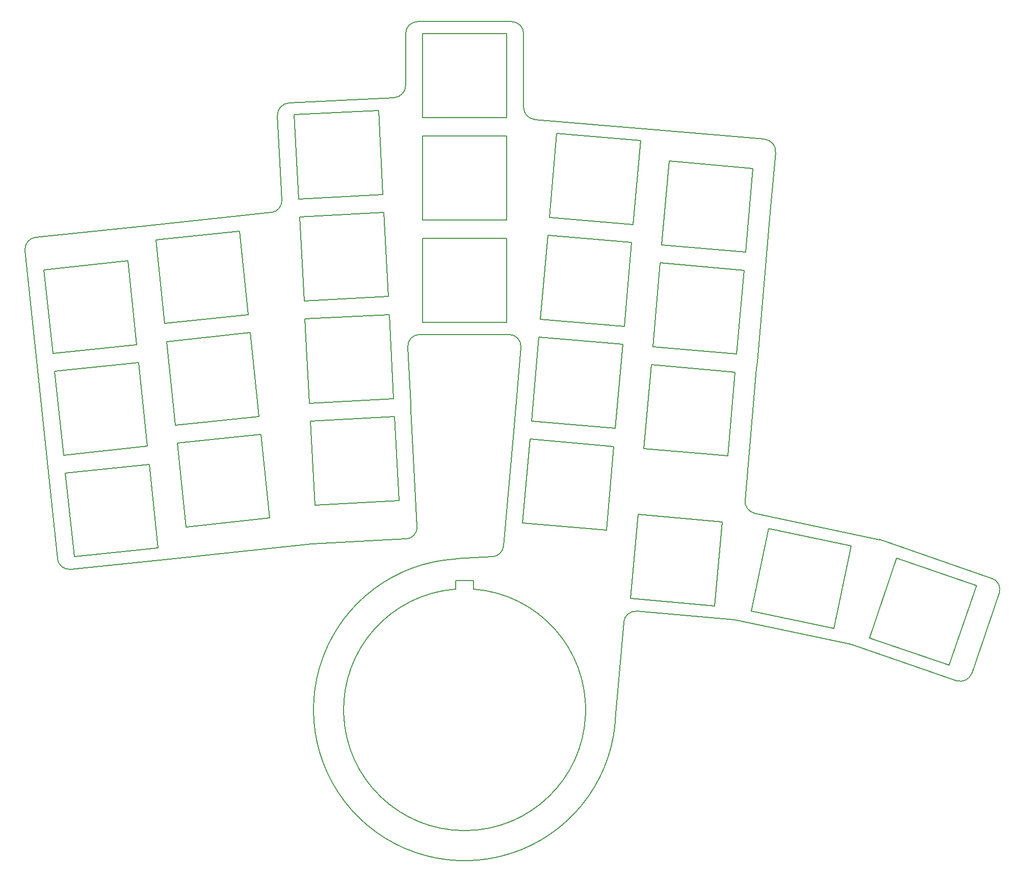
<source format=gbr>
%TF.GenerationSoftware,KiCad,Pcbnew,(6.0.7-1)-1*%
%TF.CreationDate,2022-09-15T11:19:05-04:00*%
%TF.ProjectId,skyline_pcb_exp_top_plate,736b796c-696e-4655-9f70-63625f657870,v1.0.0*%
%TF.SameCoordinates,Original*%
%TF.FileFunction,Profile,NP*%
%FSLAX46Y46*%
G04 Gerber Fmt 4.6, Leading zero omitted, Abs format (unit mm)*
G04 Created by KiCad (PCBNEW (6.0.7-1)-1) date 2022-09-15 11:19:05*
%MOMM*%
%LPD*%
G01*
G04 APERTURE LIST*
%TA.AperFunction,Profile*%
%ADD10C,0.200000*%
%TD*%
G04 APERTURE END LIST*
D10*
X204921294Y-142128608D02*
G75*
G03*
X203103219Y-139961907I-1992394J174308D01*
G01*
X178366926Y-235556075D02*
X179706189Y-220248235D01*
X242081533Y-215494039D02*
G75*
G03*
X240841714Y-212951893I-1891033J651139D01*
G01*
X179800731Y-171099449D02*
X181020911Y-157152723D01*
X196030960Y-203587634D02*
X182084234Y-202367454D01*
X146274980Y-136409107D02*
X160274980Y-136409107D01*
X145828470Y-172409107D02*
X160639360Y-172409107D01*
X238299541Y-214191794D02*
X225062281Y-209633840D01*
X184524595Y-174474002D02*
X198471321Y-175694182D01*
X160274980Y-139409107D02*
X146274980Y-139409107D01*
X126607013Y-166859529D02*
X140587827Y-166126825D01*
X87831212Y-211462500D02*
G75*
G03*
X87831212Y-211462500I-1J0D01*
G01*
X122188436Y-136048554D02*
X122922888Y-150062739D01*
X105536704Y-190496920D02*
X107000103Y-204420227D01*
X203103220Y-139961907D02*
G75*
G03*
X203103220Y-139961907I-1J0D01*
G01*
X185167357Y-138442913D02*
X185171715Y-138393104D01*
X119460011Y-189033522D02*
X105536704Y-190496920D01*
X196989673Y-192629492D02*
X198209853Y-178682766D01*
X199952968Y-158758873D02*
X201173149Y-144812147D01*
X143501104Y-206429608D02*
G75*
G03*
X145393690Y-204327659I-104504J1997108D01*
G01*
X220504327Y-222871100D02*
X233741587Y-227429054D01*
X198209853Y-178682766D02*
X184263128Y-177462586D01*
X144378373Y-184954246D02*
X145393690Y-204327659D01*
X119146425Y-186049956D02*
X117683027Y-172126650D01*
X161495856Y-187566737D02*
X162631750Y-174583418D01*
X168555833Y-138997233D02*
X167335653Y-152943959D01*
X163074980Y-134677418D02*
X163074980Y-122409107D01*
X181872895Y-218430092D02*
G75*
G03*
X179706189Y-220248235I-174295J-1992408D01*
G01*
X164372357Y-186814578D02*
X178319083Y-188034759D01*
X194810779Y-217534360D02*
X196030960Y-203587634D01*
X140744835Y-169122714D02*
X126764021Y-169855417D01*
X86640788Y-192482961D02*
X100564095Y-191019563D01*
X217652770Y-224004472D02*
X234981487Y-229971228D01*
X83400406Y-161652783D02*
X84863804Y-175576089D01*
X146274980Y-139409107D02*
X146274980Y-153409107D01*
X139698116Y-149150123D02*
X138965412Y-135169310D01*
X167074186Y-155932543D02*
X165854005Y-169879269D01*
X82029881Y-156266535D02*
X99235110Y-154458192D01*
X178319083Y-188034759D02*
X179539264Y-174088033D01*
X161408701Y-188562932D02*
X161495856Y-187566737D01*
X141477538Y-183103527D02*
X140744835Y-169122714D01*
X107000103Y-204420227D02*
X120923409Y-202956829D01*
X160274980Y-170409107D02*
X160274980Y-156409107D01*
X234981496Y-229971203D02*
G75*
G03*
X237523661Y-228731327I651104J1891103D01*
G01*
X201173149Y-144812147D02*
X187226423Y-143591966D01*
X145393691Y-204327659D02*
G75*
G03*
X145393691Y-204327659I-1J0D01*
G01*
X198122609Y-219837967D02*
X217417457Y-223939213D01*
X185744775Y-160527276D02*
X184524595Y-174474002D01*
X181020911Y-157152723D02*
X167074186Y-155932543D01*
X141634546Y-186099416D02*
X127653733Y-186832119D01*
X203352494Y-160060112D02*
X203265338Y-161056307D01*
X199857412Y-200009083D02*
X201783691Y-177991617D01*
X100564095Y-191019563D02*
X99100696Y-177096256D01*
X87831211Y-211462500D02*
X105036440Y-209654158D01*
X138965412Y-135169310D02*
X124984599Y-135902013D01*
X167335653Y-152943959D02*
X181282378Y-154164139D01*
X184263128Y-177462586D02*
X183042947Y-191409312D01*
X182084234Y-202367454D02*
X180864054Y-216314179D01*
X117683027Y-172126650D02*
X103759720Y-173590048D01*
X128386436Y-200812933D02*
X142367249Y-200080229D01*
X164900668Y-136669808D02*
X185167357Y-138442913D01*
X159746692Y-207559791D02*
G75*
G03*
X159746692Y-207559791I-1J0D01*
G01*
X146274980Y-170409107D02*
X160274980Y-170409107D01*
X204921297Y-142128608D02*
X204049740Y-152090555D01*
X97323712Y-160189384D02*
X83400406Y-161652783D01*
X203795473Y-204686322D02*
X200884709Y-218380388D01*
X122922889Y-150062739D02*
G75*
G03*
X122922889Y-150062739I-1J0D01*
G01*
X183042947Y-191409312D02*
X196989673Y-192629492D01*
X157858973Y-209382739D02*
X151751620Y-209702811D01*
X151774980Y-213309107D02*
X151774980Y-214765155D01*
X145828470Y-172409170D02*
G75*
G03*
X143831211Y-174513779I-70J-1999930D01*
G01*
X84863804Y-175576089D02*
X98787111Y-174112691D01*
X82029888Y-156266593D02*
G75*
G03*
X80249895Y-158464636I209012J-1989007D01*
G01*
X217489539Y-207597085D02*
X203795473Y-204686322D01*
X160274980Y-122409107D02*
X146274980Y-122409107D01*
X146274980Y-153409107D02*
X160274980Y-153409107D01*
X124081024Y-133946637D02*
G75*
G03*
X122188436Y-136048554I104676J-1997263D01*
G01*
X199857417Y-200009083D02*
G75*
G03*
X201433978Y-202139689I1992383J-174317D01*
G01*
X140587827Y-166126825D02*
X139855123Y-152146012D01*
X157858969Y-209382668D02*
G75*
G03*
X159746691Y-207559791I-104669J1997268D01*
G01*
X125717302Y-149882827D02*
X139698116Y-149150123D01*
X99100696Y-177096256D02*
X85177390Y-178559655D01*
X144326037Y-183955616D02*
X144378373Y-184954246D01*
X151751620Y-209702811D02*
X151754366Y-209755210D01*
X160274980Y-156409107D02*
X146274980Y-156409107D01*
X202568092Y-169025865D02*
X201870846Y-176995422D01*
X124984599Y-135902013D02*
X125717302Y-149882827D01*
X159746691Y-207559791D02*
X161408701Y-188562932D01*
X186006242Y-157538692D02*
X199952968Y-158758873D01*
X225062281Y-209633840D02*
X220504327Y-222871100D01*
X85633090Y-209682515D02*
G75*
G03*
X87831211Y-211462500I1989010J209015D01*
G01*
X145474980Y-120409107D02*
X161074980Y-120409107D01*
X143831211Y-174513779D02*
X144326037Y-183955616D01*
X88417772Y-209389834D02*
X102341079Y-207926435D01*
X214578776Y-221291152D02*
X217489539Y-207597085D01*
X151754366Y-209755214D02*
G75*
G03*
X178360471Y-235662395I1520614J-25053896D01*
G01*
X117369441Y-169143084D02*
X115906043Y-155219778D01*
X141579651Y-133029540D02*
G75*
G03*
X143474980Y-131032300I-104651J1997240D01*
G01*
X163074993Y-122409107D02*
G75*
G03*
X161074980Y-120409107I-1999993J7D01*
G01*
X181282378Y-154164139D02*
X182502559Y-140217413D01*
X163074980Y-134677418D02*
G75*
G03*
X164900668Y-136669808I2000020J18D01*
G01*
X162890710Y-203749888D02*
X176837435Y-204970069D01*
X143474980Y-131032300D02*
X143474980Y-122409107D01*
X222120447Y-206505644D02*
X240841714Y-212951893D01*
X242081616Y-215494067D02*
G75*
G03*
X242081616Y-215494067I-1J0D01*
G01*
X185171715Y-138393104D02*
X203103219Y-139961907D01*
X126764021Y-169855417D02*
X127496725Y-183836231D01*
X217652769Y-224004474D02*
G75*
G03*
X217417457Y-223939213I-650969J-1890326D01*
G01*
X233741587Y-227429054D02*
X238299541Y-214191794D01*
X102341079Y-207926435D02*
X100877680Y-194003128D01*
X145474980Y-120409180D02*
G75*
G03*
X143474980Y-122409107I-80J-1999920D01*
G01*
X122188437Y-136048554D02*
G75*
G03*
X122188437Y-136048554I-1J0D01*
G01*
X165854005Y-169879269D02*
X179800731Y-171099449D01*
X198471321Y-175694182D02*
X199691501Y-161747457D01*
X128026151Y-207240598D02*
X143501103Y-206429590D01*
X154774980Y-214765155D02*
X154774980Y-213309107D01*
X161408702Y-188562932D02*
G75*
G03*
X161408702Y-188562932I-1J0D01*
G01*
X143831212Y-174513779D02*
G75*
G03*
X143831212Y-174513779I-1J0D01*
G01*
X164110890Y-189803162D02*
X162890710Y-203749888D01*
X105223119Y-187513355D02*
X119146425Y-186049956D01*
X80249896Y-158464636D02*
G75*
G03*
X80249896Y-158464636I-1J0D01*
G01*
X103759720Y-173590048D02*
X105223119Y-187513355D01*
X160274980Y-153409107D02*
X160274980Y-139409107D01*
X164900669Y-136669808D02*
G75*
G03*
X164900669Y-136669808I-1J0D01*
G01*
X204049740Y-152090555D02*
X203352494Y-160060112D01*
X237523661Y-228731327D02*
X242081615Y-215494067D01*
X162631751Y-174583418D02*
G75*
G03*
X162631751Y-174583418I-1J0D01*
G01*
X160274980Y-136409107D02*
X160274980Y-122409107D01*
X100877680Y-194003128D02*
X86954373Y-195466527D01*
X98787111Y-174112691D02*
X97323712Y-160189384D01*
X85177390Y-178559655D02*
X86640788Y-192482961D01*
X120923409Y-202956829D02*
X119460011Y-189033522D01*
X142367249Y-200080229D02*
X141634546Y-186099416D01*
X198122609Y-219837967D02*
X198121406Y-219851718D01*
X121134688Y-152156469D02*
G75*
G03*
X122922888Y-150062739I-209088J1989069D01*
G01*
X139855123Y-152146012D02*
X125874310Y-152878715D01*
X101982736Y-156683176D02*
X103446135Y-170606483D01*
X176837435Y-204970069D02*
X178057616Y-191023343D01*
X179539264Y-174088033D02*
X165592538Y-172867853D01*
X162631682Y-174583412D02*
G75*
G03*
X160639360Y-172409107I-1992382J174312D01*
G01*
X180864054Y-216314179D02*
X194810779Y-217534360D01*
X151774980Y-214765155D02*
G75*
G03*
X154774980Y-214765155I1500000J-20043952D01*
G01*
X127496725Y-183836231D02*
X141477538Y-183103527D01*
X103446135Y-170606483D02*
X117369441Y-169143084D01*
X128026151Y-207240598D02*
G75*
G03*
X127921766Y-207248813I104849J-1999502D01*
G01*
X146274980Y-122409107D02*
X146274980Y-136409107D01*
X124081023Y-133946623D02*
X141579652Y-133029559D01*
X203265338Y-161056307D02*
X202568092Y-169025865D01*
X86954373Y-195466527D02*
X88417772Y-209389834D01*
X178057616Y-191023343D02*
X164110890Y-189803162D01*
X201433978Y-202139689D02*
X222110471Y-206534614D01*
X179706189Y-220248235D02*
G75*
G03*
X179706189Y-220248235I-1J0D01*
G01*
X182502559Y-140217413D02*
X168555833Y-138997233D01*
X199691501Y-161747457D02*
X185744775Y-160527276D01*
X200884709Y-218380388D02*
X214578776Y-221291152D01*
X222110471Y-206534614D02*
X222120447Y-206505644D01*
X105036440Y-209654158D02*
X127921766Y-207248813D01*
X201870846Y-176995422D02*
X201783691Y-177991617D01*
X115906043Y-155219778D02*
X101982736Y-156683176D01*
X165592538Y-172867853D02*
X164372357Y-186814578D01*
X178366928Y-235556075D02*
G75*
G03*
X178360472Y-235662395I1992172J-174325D01*
G01*
X154774980Y-213309107D02*
X151774980Y-213309107D01*
X125874310Y-152878715D02*
X126607013Y-166859529D01*
X99235111Y-154458192D02*
X121134686Y-152156454D01*
X80249895Y-158464636D02*
X85633111Y-209682513D01*
X181872889Y-218430157D02*
X198121406Y-219851718D01*
X187226423Y-143591966D02*
X186006242Y-157538692D01*
X146274980Y-156409107D02*
X146274980Y-170409107D01*
X127653733Y-186832119D02*
X128386436Y-200812933D01*
M02*

</source>
